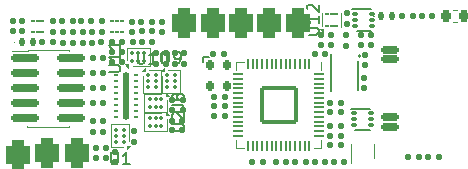
<source format=gto>
G04 #@! TF.GenerationSoftware,KiCad,Pcbnew,8.0.3*
G04 #@! TF.CreationDate,2024-07-15T22:14:38+10:00*
G04 #@! TF.ProjectId,rs-probe,72732d70-726f-4626-952e-6b696361645f,rev?*
G04 #@! TF.SameCoordinates,Original*
G04 #@! TF.FileFunction,Legend,Top*
G04 #@! TF.FilePolarity,Positive*
%FSLAX46Y46*%
G04 Gerber Fmt 4.6, Leading zero omitted, Abs format (unit mm)*
G04 Created by KiCad (PCBNEW 8.0.3) date 2024-07-15 22:14:38*
%MOMM*%
%LPD*%
G01*
G04 APERTURE LIST*
G04 Aperture macros list*
%AMRoundRect*
0 Rectangle with rounded corners*
0 $1 Rounding radius*
0 $2 $3 $4 $5 $6 $7 $8 $9 X,Y pos of 4 corners*
0 Add a 4 corners polygon primitive as box body*
4,1,4,$2,$3,$4,$5,$6,$7,$8,$9,$2,$3,0*
0 Add four circle primitives for the rounded corners*
1,1,$1+$1,$2,$3*
1,1,$1+$1,$4,$5*
1,1,$1+$1,$6,$7*
1,1,$1+$1,$8,$9*
0 Add four rect primitives between the rounded corners*
20,1,$1+$1,$2,$3,$4,$5,0*
20,1,$1+$1,$4,$5,$6,$7,0*
20,1,$1+$1,$6,$7,$8,$9,0*
20,1,$1+$1,$8,$9,$2,$3,0*%
G04 Aperture macros list end*
%ADD10C,0.150000*%
%ADD11C,0.120000*%
%ADD12C,0.100000*%
%ADD13C,0.200000*%
%ADD14RoundRect,0.185000X-1.015000X-0.185000X1.015000X-0.185000X1.015000X0.185000X-1.015000X0.185000X0*%
%ADD15C,0.650000*%
%ADD16RoundRect,0.150000X0.575000X-0.150000X0.575000X0.150000X-0.575000X0.150000X-0.575000X-0.150000X0*%
%ADD17O,1.450000X0.300000*%
%ADD18O,2.100000X1.000000*%
%ADD19O,1.600000X1.000000*%
%ADD20RoundRect,0.125000X0.200000X0.000010X-0.200000X0.000010X-0.200000X-0.000010X0.200000X-0.000010X0*%
%ADD21RoundRect,0.125000X0.125000X1.925000X-0.125000X1.925000X-0.125000X-1.925000X0.125000X-1.925000X0*%
%ADD22RoundRect,0.137500X0.137500X-0.137500X0.137500X0.137500X-0.137500X0.137500X-0.137500X-0.137500X0*%
%ADD23RoundRect,0.500000X0.500000X0.750000X-0.500000X0.750000X-0.500000X-0.750000X0.500000X-0.750000X0*%
%ADD24RoundRect,0.137500X-0.137500X-0.137500X0.137500X-0.137500X0.137500X0.137500X-0.137500X0.137500X0*%
%ADD25RoundRect,0.050000X-0.050000X0.387500X-0.050000X-0.387500X0.050000X-0.387500X0.050000X0.387500X0*%
%ADD26RoundRect,0.050000X-0.387500X0.050000X-0.387500X-0.050000X0.387500X-0.050000X0.387500X0.050000X0*%
%ADD27RoundRect,0.144000X-1.456000X1.456000X-1.456000X-1.456000X1.456000X-1.456000X1.456000X1.456000X0*%
%ADD28RoundRect,0.137500X0.137500X0.137500X-0.137500X0.137500X-0.137500X-0.137500X0.137500X-0.137500X0*%
%ADD29RoundRect,0.067500X-0.097500X-0.067500X0.097500X-0.067500X0.097500X0.067500X-0.097500X0.067500X0*%
%ADD30RoundRect,0.147500X-0.147500X-0.172500X0.147500X-0.172500X0.147500X0.172500X-0.147500X0.172500X0*%
%ADD31RoundRect,0.137500X-0.137500X0.137500X-0.137500X-0.137500X0.137500X-0.137500X0.137500X0.137500X0*%
%ADD32RoundRect,0.500000X-0.500000X-0.750000X0.500000X-0.750000X0.500000X0.750000X-0.500000X0.750000X0*%
%ADD33RoundRect,0.075000X-0.150000X-0.075000X0.150000X-0.075000X0.150000X0.075000X-0.150000X0.075000X0*%
%ADD34RoundRect,0.067500X-0.067500X0.097500X-0.067500X-0.097500X0.067500X-0.097500X0.067500X0.097500X0*%
%ADD35RoundRect,0.062500X0.087500X-0.062500X0.087500X0.062500X-0.087500X0.062500X-0.087500X-0.062500X0*%
%ADD36R,0.940000X0.300000*%
%ADD37R,0.650000X0.850000*%
%ADD38O,0.250000X0.600000*%
%ADD39R,1.600000X0.200000*%
%ADD40RoundRect,0.067500X0.097500X0.067500X-0.097500X0.067500X-0.097500X-0.067500X0.097500X-0.067500X0*%
%ADD41RoundRect,0.067500X0.067500X-0.097500X0.067500X0.097500X-0.067500X0.097500X-0.067500X-0.097500X0*%
%ADD42RoundRect,0.218750X0.218750X0.256250X-0.218750X0.256250X-0.218750X-0.256250X0.218750X-0.256250X0*%
%ADD43RoundRect,0.175000X-0.175000X0.275000X-0.175000X-0.275000X0.175000X-0.275000X0.175000X0.275000X0*%
%ADD44C,1.000000*%
G04 APERTURE END LIST*
D10*
X160061905Y-82904819D02*
X160061905Y-83714342D01*
X160061905Y-83714342D02*
X160109524Y-83809580D01*
X160109524Y-83809580D02*
X160157143Y-83857200D01*
X160157143Y-83857200D02*
X160252381Y-83904819D01*
X160252381Y-83904819D02*
X160442857Y-83904819D01*
X160442857Y-83904819D02*
X160538095Y-83857200D01*
X160538095Y-83857200D02*
X160585714Y-83809580D01*
X160585714Y-83809580D02*
X160633333Y-83714342D01*
X160633333Y-83714342D02*
X160633333Y-82904819D01*
X161633333Y-83904819D02*
X161061905Y-83904819D01*
X161347619Y-83904819D02*
X161347619Y-82904819D01*
X161347619Y-82904819D02*
X161252381Y-83047676D01*
X161252381Y-83047676D02*
X161157143Y-83142914D01*
X161157143Y-83142914D02*
X161061905Y-83190533D01*
X162252381Y-82904819D02*
X162347619Y-82904819D01*
X162347619Y-82904819D02*
X162442857Y-82952438D01*
X162442857Y-82952438D02*
X162490476Y-83000057D01*
X162490476Y-83000057D02*
X162538095Y-83095295D01*
X162538095Y-83095295D02*
X162585714Y-83285771D01*
X162585714Y-83285771D02*
X162585714Y-83523866D01*
X162585714Y-83523866D02*
X162538095Y-83714342D01*
X162538095Y-83714342D02*
X162490476Y-83809580D01*
X162490476Y-83809580D02*
X162442857Y-83857200D01*
X162442857Y-83857200D02*
X162347619Y-83904819D01*
X162347619Y-83904819D02*
X162252381Y-83904819D01*
X162252381Y-83904819D02*
X162157143Y-83857200D01*
X162157143Y-83857200D02*
X162109524Y-83809580D01*
X162109524Y-83809580D02*
X162061905Y-83714342D01*
X162061905Y-83714342D02*
X162014286Y-83523866D01*
X162014286Y-83523866D02*
X162014286Y-83285771D01*
X162014286Y-83285771D02*
X162061905Y-83095295D01*
X162061905Y-83095295D02*
X162109524Y-83000057D01*
X162109524Y-83000057D02*
X162157143Y-82952438D01*
X162157143Y-82952438D02*
X162252381Y-82904819D01*
X162982147Y-88001904D02*
X163791670Y-88001904D01*
X163791670Y-88001904D02*
X163886908Y-87954285D01*
X163886908Y-87954285D02*
X163934528Y-87906666D01*
X163934528Y-87906666D02*
X163982147Y-87811428D01*
X163982147Y-87811428D02*
X163982147Y-87620952D01*
X163982147Y-87620952D02*
X163934528Y-87525714D01*
X163934528Y-87525714D02*
X163886908Y-87478095D01*
X163886908Y-87478095D02*
X163791670Y-87430476D01*
X163791670Y-87430476D02*
X162982147Y-87430476D01*
X163410718Y-86811428D02*
X163363099Y-86906666D01*
X163363099Y-86906666D02*
X163315480Y-86954285D01*
X163315480Y-86954285D02*
X163220242Y-87001904D01*
X163220242Y-87001904D02*
X163172623Y-87001904D01*
X163172623Y-87001904D02*
X163077385Y-86954285D01*
X163077385Y-86954285D02*
X163029766Y-86906666D01*
X163029766Y-86906666D02*
X162982147Y-86811428D01*
X162982147Y-86811428D02*
X162982147Y-86620952D01*
X162982147Y-86620952D02*
X163029766Y-86525714D01*
X163029766Y-86525714D02*
X163077385Y-86478095D01*
X163077385Y-86478095D02*
X163172623Y-86430476D01*
X163172623Y-86430476D02*
X163220242Y-86430476D01*
X163220242Y-86430476D02*
X163315480Y-86478095D01*
X163315480Y-86478095D02*
X163363099Y-86525714D01*
X163363099Y-86525714D02*
X163410718Y-86620952D01*
X163410718Y-86620952D02*
X163410718Y-86811428D01*
X163410718Y-86811428D02*
X163458337Y-86906666D01*
X163458337Y-86906666D02*
X163505956Y-86954285D01*
X163505956Y-86954285D02*
X163601194Y-87001904D01*
X163601194Y-87001904D02*
X163791670Y-87001904D01*
X163791670Y-87001904D02*
X163886908Y-86954285D01*
X163886908Y-86954285D02*
X163934528Y-86906666D01*
X163934528Y-86906666D02*
X163982147Y-86811428D01*
X163982147Y-86811428D02*
X163982147Y-86620952D01*
X163982147Y-86620952D02*
X163934528Y-86525714D01*
X163934528Y-86525714D02*
X163886908Y-86478095D01*
X163886908Y-86478095D02*
X163791670Y-86430476D01*
X163791670Y-86430476D02*
X163601194Y-86430476D01*
X163601194Y-86430476D02*
X163505956Y-86478095D01*
X163505956Y-86478095D02*
X163458337Y-86525714D01*
X163458337Y-86525714D02*
X163410718Y-86620952D01*
X162138095Y-82904819D02*
X162138095Y-83714342D01*
X162138095Y-83714342D02*
X162185714Y-83809580D01*
X162185714Y-83809580D02*
X162233333Y-83857200D01*
X162233333Y-83857200D02*
X162328571Y-83904819D01*
X162328571Y-83904819D02*
X162519047Y-83904819D01*
X162519047Y-83904819D02*
X162614285Y-83857200D01*
X162614285Y-83857200D02*
X162661904Y-83809580D01*
X162661904Y-83809580D02*
X162709523Y-83714342D01*
X162709523Y-83714342D02*
X162709523Y-82904819D01*
X163233333Y-83904819D02*
X163423809Y-83904819D01*
X163423809Y-83904819D02*
X163519047Y-83857200D01*
X163519047Y-83857200D02*
X163566666Y-83809580D01*
X163566666Y-83809580D02*
X163661904Y-83666723D01*
X163661904Y-83666723D02*
X163709523Y-83476247D01*
X163709523Y-83476247D02*
X163709523Y-83095295D01*
X163709523Y-83095295D02*
X163661904Y-83000057D01*
X163661904Y-83000057D02*
X163614285Y-82952438D01*
X163614285Y-82952438D02*
X163519047Y-82904819D01*
X163519047Y-82904819D02*
X163328571Y-82904819D01*
X163328571Y-82904819D02*
X163233333Y-82952438D01*
X163233333Y-82952438D02*
X163185714Y-83000057D01*
X163185714Y-83000057D02*
X163138095Y-83095295D01*
X163138095Y-83095295D02*
X163138095Y-83333390D01*
X163138095Y-83333390D02*
X163185714Y-83428628D01*
X163185714Y-83428628D02*
X163233333Y-83476247D01*
X163233333Y-83476247D02*
X163328571Y-83523866D01*
X163328571Y-83523866D02*
X163519047Y-83523866D01*
X163519047Y-83523866D02*
X163614285Y-83476247D01*
X163614285Y-83476247D02*
X163661904Y-83428628D01*
X163661904Y-83428628D02*
X163709523Y-83333390D01*
X157798095Y-91404819D02*
X157798095Y-92214342D01*
X157798095Y-92214342D02*
X157845714Y-92309580D01*
X157845714Y-92309580D02*
X157893333Y-92357200D01*
X157893333Y-92357200D02*
X157988571Y-92404819D01*
X157988571Y-92404819D02*
X158179047Y-92404819D01*
X158179047Y-92404819D02*
X158274285Y-92357200D01*
X158274285Y-92357200D02*
X158321904Y-92309580D01*
X158321904Y-92309580D02*
X158369523Y-92214342D01*
X158369523Y-92214342D02*
X158369523Y-91404819D01*
X159369523Y-92404819D02*
X158798095Y-92404819D01*
X159083809Y-92404819D02*
X159083809Y-91404819D01*
X159083809Y-91404819D02*
X158988571Y-91547676D01*
X158988571Y-91547676D02*
X158893333Y-91642914D01*
X158893333Y-91642914D02*
X158798095Y-91690533D01*
X157604819Y-84598094D02*
X158414342Y-84598094D01*
X158414342Y-84598094D02*
X158509580Y-84550475D01*
X158509580Y-84550475D02*
X158557200Y-84502856D01*
X158557200Y-84502856D02*
X158604819Y-84407618D01*
X158604819Y-84407618D02*
X158604819Y-84217142D01*
X158604819Y-84217142D02*
X158557200Y-84121904D01*
X158557200Y-84121904D02*
X158509580Y-84074285D01*
X158509580Y-84074285D02*
X158414342Y-84026666D01*
X158414342Y-84026666D02*
X157604819Y-84026666D01*
X158604819Y-83026666D02*
X158604819Y-83598094D01*
X158604819Y-83312380D02*
X157604819Y-83312380D01*
X157604819Y-83312380D02*
X157747676Y-83407618D01*
X157747676Y-83407618D02*
X157842914Y-83502856D01*
X157842914Y-83502856D02*
X157890533Y-83598094D01*
X158604819Y-82074285D02*
X158604819Y-82645713D01*
X158604819Y-82359999D02*
X157604819Y-82359999D01*
X157604819Y-82359999D02*
X157747676Y-82455237D01*
X157747676Y-82455237D02*
X157842914Y-82550475D01*
X157842914Y-82550475D02*
X157890533Y-82645713D01*
X162982147Y-89601904D02*
X163791670Y-89601904D01*
X163791670Y-89601904D02*
X163886908Y-89554285D01*
X163886908Y-89554285D02*
X163934528Y-89506666D01*
X163934528Y-89506666D02*
X163982147Y-89411428D01*
X163982147Y-89411428D02*
X163982147Y-89220952D01*
X163982147Y-89220952D02*
X163934528Y-89125714D01*
X163934528Y-89125714D02*
X163886908Y-89078095D01*
X163886908Y-89078095D02*
X163791670Y-89030476D01*
X163791670Y-89030476D02*
X162982147Y-89030476D01*
X163077385Y-88601904D02*
X163029766Y-88554285D01*
X163029766Y-88554285D02*
X162982147Y-88459047D01*
X162982147Y-88459047D02*
X162982147Y-88220952D01*
X162982147Y-88220952D02*
X163029766Y-88125714D01*
X163029766Y-88125714D02*
X163077385Y-88078095D01*
X163077385Y-88078095D02*
X163172623Y-88030476D01*
X163172623Y-88030476D02*
X163267861Y-88030476D01*
X163267861Y-88030476D02*
X163410718Y-88078095D01*
X163410718Y-88078095D02*
X163982147Y-88649523D01*
X163982147Y-88649523D02*
X163982147Y-88030476D01*
X174379820Y-81438093D02*
X175189343Y-81438093D01*
X175189343Y-81438093D02*
X175284581Y-81390474D01*
X175284581Y-81390474D02*
X175332201Y-81342855D01*
X175332201Y-81342855D02*
X175379820Y-81247617D01*
X175379820Y-81247617D02*
X175379820Y-81057141D01*
X175379820Y-81057141D02*
X175332201Y-80961903D01*
X175332201Y-80961903D02*
X175284581Y-80914284D01*
X175284581Y-80914284D02*
X175189343Y-80866665D01*
X175189343Y-80866665D02*
X174379820Y-80866665D01*
X175379820Y-79866665D02*
X175379820Y-80438093D01*
X175379820Y-80152379D02*
X174379820Y-80152379D01*
X174379820Y-80152379D02*
X174522677Y-80247617D01*
X174522677Y-80247617D02*
X174617915Y-80342855D01*
X174617915Y-80342855D02*
X174665534Y-80438093D01*
X174475058Y-79485712D02*
X174427439Y-79438093D01*
X174427439Y-79438093D02*
X174379820Y-79342855D01*
X174379820Y-79342855D02*
X174379820Y-79104760D01*
X174379820Y-79104760D02*
X174427439Y-79009522D01*
X174427439Y-79009522D02*
X174475058Y-78961903D01*
X174475058Y-78961903D02*
X174570296Y-78914284D01*
X174570296Y-78914284D02*
X174665534Y-78914284D01*
X174665534Y-78914284D02*
X174808391Y-78961903D01*
X174808391Y-78961903D02*
X175379820Y-79533331D01*
X175379820Y-79533331D02*
X175379820Y-78914284D01*
D11*
X149410000Y-82830000D02*
X150735000Y-82830000D01*
X150675000Y-89175000D02*
X150675000Y-89240000D01*
X150675000Y-89240000D02*
X154205000Y-89240000D01*
X150735000Y-82765000D02*
X150735000Y-82830000D01*
X150735000Y-82765000D02*
X154265000Y-82765000D01*
X154205000Y-89175000D02*
X154205000Y-89240000D01*
X154265000Y-82765000D02*
X154265000Y-82830000D01*
X168390000Y-83790000D02*
X169040000Y-83790000D01*
X168390000Y-84440000D02*
X168390000Y-83790000D01*
X168390000Y-90360000D02*
X168390000Y-91010000D01*
X168390000Y-91010000D02*
X169040000Y-91010000D01*
X175610000Y-84440000D02*
X175610000Y-83790000D01*
X175610000Y-90360000D02*
X175610000Y-91010000D01*
X175610000Y-91010000D02*
X174960000Y-91010000D01*
X160540000Y-84930000D02*
X160540000Y-86370000D01*
X160540000Y-86370000D02*
X162060000Y-86370000D01*
X162060000Y-84430000D02*
X161030000Y-84430000D01*
X162060000Y-86370000D02*
X162060000Y-84430000D01*
X160700000Y-84560000D02*
X160420000Y-84560000D01*
X160700000Y-84280000D01*
X160700000Y-84560000D01*
G36*
X160700000Y-84560000D02*
G01*
X160420000Y-84560000D01*
X160700000Y-84280000D01*
X160700000Y-84560000D01*
G37*
D12*
X180110000Y-79900000D02*
G75*
G02*
X180010000Y-79900000I-50000J0D01*
G01*
X180010000Y-79900000D02*
G75*
G02*
X180110000Y-79900000I50000J0D01*
G01*
D10*
X178200000Y-79300000D02*
X179800000Y-79300000D01*
X179800000Y-81100000D02*
X178600000Y-81100000D01*
D11*
X160607328Y-86480000D02*
X160607328Y-88000000D01*
X160607328Y-88000000D02*
X162547328Y-88000000D01*
X162047328Y-86480000D02*
X160607328Y-86480000D01*
X162547328Y-88000000D02*
X162547328Y-86970000D01*
X162697328Y-86640000D02*
X162417328Y-86640000D01*
X162417328Y-86360000D01*
X162697328Y-86640000D01*
G36*
X162697328Y-86640000D02*
G01*
X162417328Y-86640000D01*
X162417328Y-86360000D01*
X162697328Y-86640000D01*
G37*
X162140000Y-84930000D02*
X162140000Y-86370000D01*
X162140000Y-86370000D02*
X163660000Y-86370000D01*
X163660000Y-84430000D02*
X162630000Y-84430000D01*
X163660000Y-86370000D02*
X163660000Y-84430000D01*
X162300000Y-84560000D02*
X162020000Y-84560000D01*
X162300000Y-84280000D01*
X162300000Y-84560000D01*
G36*
X162300000Y-84560000D02*
G01*
X162020000Y-84560000D01*
X162300000Y-84280000D01*
X162300000Y-84560000D01*
G37*
X178150000Y-92300000D02*
X178150000Y-90700000D01*
X180050000Y-91850000D02*
X180050000Y-90700000D01*
D10*
X176450000Y-83100000D02*
X176450000Y-86200000D01*
X178750000Y-83650000D02*
X178750000Y-86150000D01*
D13*
X178950000Y-83250000D02*
G75*
G02*
X178750000Y-83250000I-100000J0D01*
G01*
X178750000Y-83250000D02*
G75*
G02*
X178950000Y-83250000I100000J0D01*
G01*
D10*
X178100000Y-87700000D02*
X179700000Y-87700000D01*
X179700000Y-89500000D02*
X178500000Y-89500000D01*
D11*
X157800000Y-89030000D02*
X157800000Y-90970000D01*
X157800000Y-90970000D02*
X158830000Y-90970000D01*
X159320000Y-89030000D02*
X157800000Y-89030000D01*
X159320000Y-90470000D02*
X159320000Y-89030000D01*
X159160000Y-91120000D02*
X159160000Y-90840000D01*
X159440000Y-90840000D01*
X159160000Y-91120000D01*
G36*
X159160000Y-91120000D02*
G01*
X159160000Y-90840000D01*
X159440000Y-90840000D01*
X159160000Y-91120000D01*
G37*
X159130000Y-82600000D02*
X159130000Y-83630000D01*
X159630000Y-84120000D02*
X161070000Y-84120000D01*
X161070000Y-82600000D02*
X159130000Y-82600000D01*
X161070000Y-84120000D02*
X161070000Y-82600000D01*
X159260000Y-84240000D02*
X158980000Y-83960000D01*
X159260000Y-83960000D01*
X159260000Y-84240000D01*
G36*
X159260000Y-84240000D02*
G01*
X158980000Y-83960000D01*
X159260000Y-83960000D01*
X159260000Y-84240000D01*
G37*
D12*
X149675000Y-82075000D02*
G75*
G02*
X149575000Y-82075000I-50000J0D01*
G01*
X149575000Y-82075000D02*
G75*
G02*
X149675000Y-82075000I50000J0D01*
G01*
D11*
X187075279Y-79390000D02*
X186749721Y-79390000D01*
X187075279Y-80410000D02*
X186749721Y-80410000D01*
X160607328Y-88080000D02*
X160607328Y-89600000D01*
X160607328Y-89600000D02*
X162547328Y-89600000D01*
X162047328Y-88080000D02*
X160607328Y-88080000D01*
X162547328Y-89600000D02*
X162547328Y-88570000D01*
X162697328Y-88240000D02*
X162417328Y-88240000D01*
X162417328Y-87960000D01*
X162697328Y-88240000D01*
G36*
X162697328Y-88240000D02*
G01*
X162417328Y-88240000D01*
X162417328Y-87960000D01*
X162697328Y-88240000D01*
G37*
D10*
X165600000Y-83350000D02*
X165600000Y-83800000D01*
X166100000Y-83350000D02*
X165600000Y-83350000D01*
D11*
X175665001Y-80729999D02*
X175665001Y-79599999D01*
X177285001Y-80799999D02*
X177285001Y-79599999D01*
X175755001Y-81249999D02*
X175475001Y-80969999D01*
X175755001Y-80969999D01*
X175755001Y-81249999D01*
G36*
X175755001Y-81249999D02*
G01*
X175475001Y-80969999D01*
X175755001Y-80969999D01*
X175755001Y-81249999D01*
G37*
%LPC*%
D14*
X150550000Y-83460000D03*
X154450000Y-83460000D03*
X150550000Y-84730000D03*
X154450000Y-84730000D03*
X150550000Y-86000000D03*
X154450000Y-86000000D03*
X150550000Y-87270000D03*
X154450000Y-87270000D03*
X150550000Y-88540000D03*
X154450000Y-88540000D03*
D15*
X182900000Y-88890000D03*
X182900000Y-83110000D03*
D16*
X181455000Y-89250000D03*
X181455000Y-88450000D03*
D17*
X181455000Y-87250000D03*
X181455000Y-86250000D03*
X181455000Y-85750000D03*
X181455000Y-84750000D03*
D16*
X181455000Y-83550000D03*
X181455000Y-82750000D03*
X181455000Y-82750000D03*
X181455000Y-83550000D03*
D17*
X181455000Y-84250000D03*
X181455000Y-85250000D03*
X181455000Y-86750000D03*
X181455000Y-87750000D03*
D16*
X181455000Y-88450000D03*
X181455000Y-89250000D03*
D18*
X182370000Y-90320000D03*
D19*
X186550000Y-90320000D03*
D18*
X182370000Y-81680000D03*
D19*
X186550000Y-81680000D03*
D20*
X159877328Y-88400000D03*
X159877328Y-87900000D03*
X159877328Y-87400000D03*
X159877328Y-86900000D03*
X159877328Y-86400000D03*
X159877328Y-85900000D03*
X159877328Y-85400000D03*
X159877328Y-84900000D03*
X158227328Y-84900000D03*
X158227328Y-85400000D03*
X158227328Y-85900000D03*
X158227328Y-86400000D03*
X158227328Y-86900000D03*
X158227328Y-87400000D03*
X158227328Y-87900000D03*
X158227328Y-88400000D03*
D21*
X159052328Y-86650000D03*
D22*
X160450000Y-82050000D03*
X160450000Y-81150000D03*
D23*
X164000000Y-80500000D03*
D24*
X156500000Y-91850000D03*
X157400000Y-91850000D03*
D22*
X179300000Y-84050000D03*
X179300000Y-83150000D03*
D25*
X174600000Y-83962500D03*
X174200000Y-83962500D03*
X173800000Y-83962500D03*
X173400000Y-83962500D03*
X173000000Y-83962500D03*
X172600000Y-83962500D03*
X172200000Y-83962500D03*
X171800000Y-83962500D03*
X171400000Y-83962500D03*
X171000000Y-83962500D03*
X170600000Y-83962500D03*
X170200000Y-83962500D03*
X169800000Y-83962500D03*
X169400000Y-83962500D03*
D26*
X168562500Y-84800000D03*
X168562500Y-85200000D03*
X168562500Y-85600000D03*
X168562500Y-86000000D03*
X168562500Y-86400000D03*
X168562500Y-86800000D03*
X168562500Y-87200000D03*
X168562500Y-87600000D03*
X168562500Y-88000000D03*
X168562500Y-88400000D03*
X168562500Y-88800000D03*
X168562500Y-89200000D03*
X168562500Y-89600000D03*
X168562500Y-90000000D03*
D25*
X169400000Y-90837500D03*
X169800000Y-90837500D03*
X170200000Y-90837500D03*
X170600000Y-90837500D03*
X171000000Y-90837500D03*
X171400000Y-90837500D03*
X171800000Y-90837500D03*
X172200000Y-90837500D03*
X172600000Y-90837500D03*
X173000000Y-90837500D03*
X173400000Y-90837500D03*
X173800000Y-90837500D03*
X174200000Y-90837500D03*
X174600000Y-90837500D03*
D26*
X175437500Y-90000000D03*
X175437500Y-89600000D03*
X175437500Y-89200000D03*
X175437500Y-88800000D03*
X175437500Y-88400000D03*
X175437500Y-88000000D03*
X175437500Y-87600000D03*
X175437500Y-87200000D03*
X175437500Y-86800000D03*
X175437500Y-86400000D03*
X175437500Y-86000000D03*
X175437500Y-85600000D03*
X175437500Y-85200000D03*
X175437500Y-84800000D03*
D27*
X172000000Y-87400000D03*
D28*
X167350000Y-83100000D03*
X166450000Y-83100000D03*
D29*
X160960000Y-84900000D03*
X160960000Y-85400000D03*
X160960000Y-85900000D03*
X161640000Y-85900000D03*
X161640000Y-85400000D03*
X161640000Y-84900000D03*
D28*
X172650000Y-92200000D03*
X171750000Y-92200000D03*
D30*
X180665000Y-79900000D03*
X181635000Y-79900000D03*
D31*
X176400000Y-81450000D03*
X176400000Y-82350000D03*
D32*
X152400000Y-91500000D03*
D22*
X163217328Y-83900000D03*
X163217328Y-83000000D03*
D24*
X162977328Y-87000000D03*
X163877328Y-87000000D03*
D22*
X154550000Y-82125000D03*
X154550000Y-81225000D03*
X158150000Y-92250000D03*
X158150000Y-91350000D03*
D28*
X157400000Y-91040000D03*
X156500000Y-91040000D03*
D31*
X159550000Y-80350000D03*
X159550000Y-81250000D03*
D28*
X167450000Y-86700000D03*
X166550000Y-86700000D03*
D32*
X166400000Y-80500000D03*
D33*
X178500000Y-79700000D03*
X178500000Y-80200000D03*
X178500000Y-80700000D03*
X179900000Y-80700000D03*
X179900000Y-80200000D03*
X179900000Y-79700000D03*
D34*
X162077328Y-86900000D03*
X161577328Y-86900000D03*
X161077328Y-86900000D03*
X161077328Y-87580000D03*
X161577328Y-87580000D03*
X162077328Y-87580000D03*
D28*
X170650000Y-92200000D03*
X169750000Y-92200000D03*
D24*
X162977328Y-87800000D03*
X163877328Y-87800000D03*
D31*
X153700000Y-81225000D03*
X153700000Y-82125000D03*
X150300000Y-80250000D03*
X150300000Y-81150000D03*
X177725000Y-81475000D03*
X177725000Y-82375000D03*
D28*
X161250000Y-80350000D03*
X160350000Y-80350000D03*
D22*
X161250000Y-82050000D03*
X161250000Y-81150000D03*
D28*
X158750000Y-82950000D03*
X157850000Y-82950000D03*
D24*
X176350000Y-90800000D03*
X177250000Y-90800000D03*
D35*
X157900000Y-81250000D03*
X158300000Y-81250000D03*
X158700000Y-81250000D03*
X158700000Y-80300000D03*
X158300000Y-80300000D03*
X157900000Y-80300000D03*
D36*
X158300000Y-80775000D03*
D22*
X161617328Y-83900000D03*
X161617328Y-83000000D03*
D32*
X171200000Y-80500000D03*
D31*
X157000000Y-80300000D03*
X157000000Y-81200000D03*
D22*
X149500000Y-81150000D03*
X149500000Y-80250000D03*
D24*
X184650000Y-91800000D03*
X185550000Y-91800000D03*
D22*
X156200000Y-82125000D03*
X156200000Y-81225000D03*
D29*
X162560000Y-84900000D03*
X162560000Y-85400000D03*
X162560000Y-85900000D03*
X163240000Y-85900000D03*
X163240000Y-85400000D03*
X163240000Y-84900000D03*
D37*
X179525000Y-92225000D03*
X178675000Y-92225000D03*
X178675000Y-90775000D03*
X179525000Y-90775000D03*
D24*
X176350000Y-89200000D03*
X177250000Y-89200000D03*
D28*
X152900000Y-82075000D03*
X152000000Y-82075000D03*
X158750000Y-83750000D03*
X157850000Y-83750000D03*
D22*
X175600000Y-82350000D03*
X175600000Y-81450000D03*
D38*
X178350000Y-83300000D03*
X177850000Y-83300000D03*
X177350000Y-83300000D03*
X176850000Y-83300000D03*
X176850000Y-86000000D03*
X177350000Y-86000000D03*
X177850000Y-86000000D03*
X178350000Y-86000000D03*
D39*
X177600000Y-84650000D03*
D24*
X175050000Y-83100000D03*
X175950000Y-83100000D03*
D31*
X152900000Y-80325000D03*
X152900000Y-81225000D03*
D22*
X162417328Y-83900000D03*
X162417328Y-83000000D03*
D33*
X178400000Y-88100000D03*
X178400000Y-88600000D03*
X178400000Y-89100000D03*
X179800000Y-89100000D03*
X179800000Y-88600000D03*
X179800000Y-88100000D03*
D32*
X168800000Y-80500000D03*
X149900000Y-91600000D03*
D28*
X157150000Y-87270000D03*
X156250000Y-87270000D03*
D22*
X159750000Y-90500000D03*
X159750000Y-89600000D03*
D28*
X157150000Y-84730000D03*
X156250000Y-84730000D03*
D35*
X151200000Y-81200000D03*
X151600000Y-81200000D03*
X152000000Y-81200000D03*
X152000000Y-80250000D03*
X151600000Y-80250000D03*
X151200000Y-80250000D03*
D36*
X151600000Y-80725000D03*
D40*
X158900000Y-90500000D03*
X158900000Y-90000000D03*
X158900000Y-89500000D03*
X158220000Y-89500000D03*
X158220000Y-90000000D03*
X158220000Y-90500000D03*
D28*
X174300000Y-92200000D03*
X173400000Y-92200000D03*
D32*
X154900000Y-91500000D03*
D28*
X177550000Y-92200000D03*
X176650000Y-92200000D03*
D41*
X159600000Y-83700000D03*
X160100000Y-83700000D03*
X160600000Y-83700000D03*
X160600000Y-83020000D03*
X160100000Y-83020000D03*
X159600000Y-83020000D03*
D24*
X155250000Y-80325000D03*
X156150000Y-80325000D03*
X162950000Y-89560000D03*
X163850000Y-89560000D03*
D28*
X167450000Y-88300000D03*
X166550000Y-88300000D03*
X157850000Y-82050000D03*
X156950000Y-82050000D03*
D24*
X176350000Y-87200000D03*
X177250000Y-87200000D03*
D28*
X157150000Y-83460000D03*
X156250000Y-83460000D03*
D22*
X164017328Y-83900000D03*
X164017328Y-83000000D03*
D24*
X162950000Y-88760000D03*
X163850000Y-88760000D03*
X176350000Y-90000000D03*
X177250000Y-90000000D03*
D22*
X179200000Y-86000000D03*
X179200000Y-85100000D03*
D30*
X150230000Y-82075000D03*
X151200000Y-82075000D03*
D24*
X158750000Y-82050000D03*
X159650000Y-82050000D03*
D31*
X157100000Y-88750000D03*
X157100000Y-89650000D03*
D24*
X178950000Y-81500000D03*
X179850000Y-81500000D03*
D22*
X155400000Y-82125000D03*
X155400000Y-81225000D03*
D42*
X187700000Y-79900000D03*
X186125000Y-79900000D03*
D28*
X175950000Y-92200000D03*
X175050000Y-92200000D03*
D34*
X162077328Y-88500000D03*
X161577328Y-88500000D03*
X161077328Y-88500000D03*
X161077328Y-89180000D03*
X161577328Y-89180000D03*
X162077328Y-89180000D03*
D31*
X177800000Y-79650000D03*
X177800000Y-80550000D03*
D28*
X167450000Y-87500000D03*
X166550000Y-87500000D03*
D43*
X166150000Y-84000000D03*
X166150000Y-85800000D03*
X167650000Y-85775000D03*
X167650000Y-84025000D03*
D28*
X179850000Y-82300000D03*
X178950000Y-82300000D03*
X183850000Y-91800000D03*
X182950000Y-91800000D03*
X185000000Y-79900000D03*
X184100000Y-79900000D03*
D35*
X176075001Y-80674999D03*
X176475001Y-80674999D03*
X176875001Y-80674999D03*
X176875001Y-79724999D03*
X176475001Y-79724999D03*
X176075001Y-79724999D03*
D36*
X176475001Y-80199999D03*
D28*
X154550000Y-80325000D03*
X153650000Y-80325000D03*
X183350000Y-79900000D03*
X182450000Y-79900000D03*
D31*
X156300000Y-88750000D03*
X156300000Y-89650000D03*
X162100000Y-80350000D03*
X162100000Y-81250000D03*
D24*
X176350000Y-88000000D03*
X177250000Y-88000000D03*
D23*
X173600000Y-80500000D03*
D28*
X157150000Y-86000000D03*
X156250000Y-86000000D03*
D44*
X186550000Y-83999950D03*
%LPD*%
M02*

</source>
